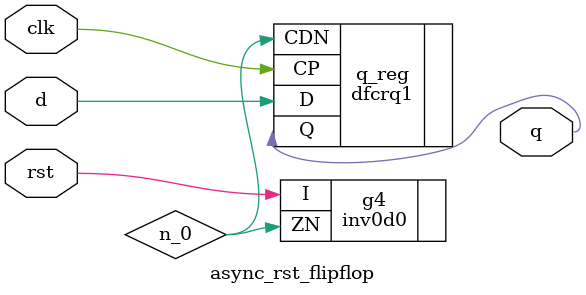
<source format=v>


// Verification Directory fv/async_rst_flipflop 

module async_rst_flipflop(clk, rst, d, q);
  input clk, rst, d;
  output q;
  wire clk, rst, d;
  wire q;
  wire n_0;
  dfcrq1 q_reg(.CDN (n_0), .CP (clk), .D (d), .Q (q));
  inv0d0 g4(.I (rst), .ZN (n_0));
endmodule


</source>
